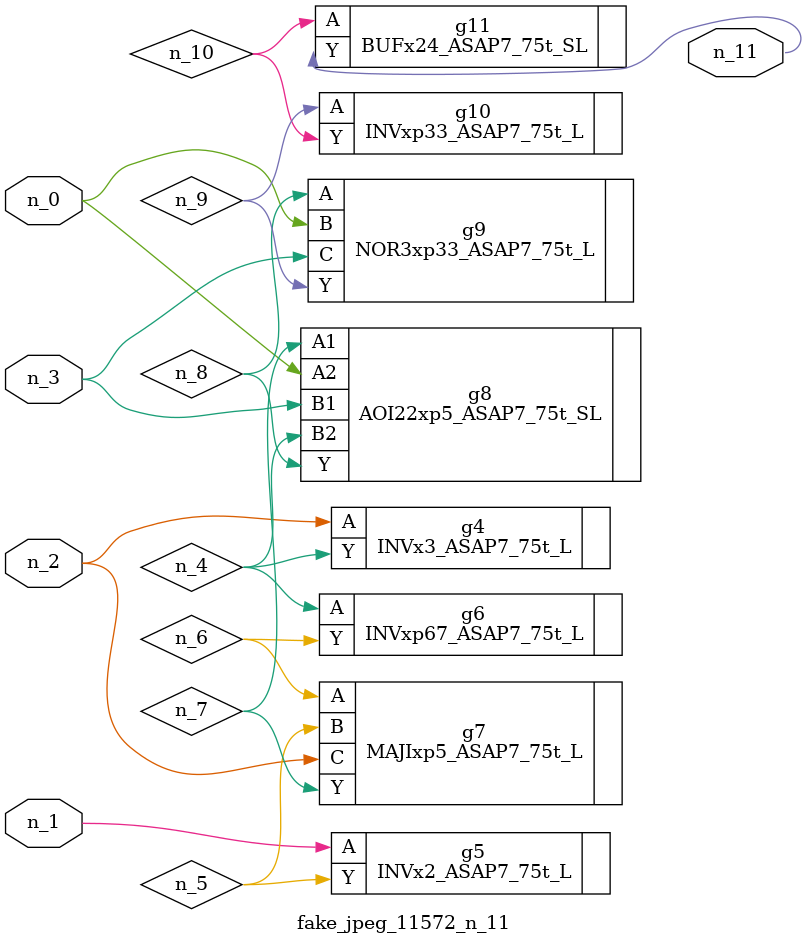
<source format=v>
module fake_jpeg_11572_n_11 (n_0, n_3, n_2, n_1, n_11);

input n_0;
input n_3;
input n_2;
input n_1;

output n_11;

wire n_10;
wire n_4;
wire n_8;
wire n_9;
wire n_6;
wire n_5;
wire n_7;

INVx3_ASAP7_75t_L g4 ( 
.A(n_2),
.Y(n_4)
);

INVx2_ASAP7_75t_L g5 ( 
.A(n_1),
.Y(n_5)
);

INVxp67_ASAP7_75t_L g6 ( 
.A(n_4),
.Y(n_6)
);

MAJIxp5_ASAP7_75t_L g7 ( 
.A(n_6),
.B(n_5),
.C(n_2),
.Y(n_7)
);

AOI22xp5_ASAP7_75t_SL g8 ( 
.A1(n_7),
.A2(n_0),
.B1(n_3),
.B2(n_4),
.Y(n_8)
);

NOR3xp33_ASAP7_75t_L g9 ( 
.A(n_8),
.B(n_0),
.C(n_3),
.Y(n_9)
);

INVxp33_ASAP7_75t_L g10 ( 
.A(n_9),
.Y(n_10)
);

BUFx24_ASAP7_75t_SL g11 ( 
.A(n_10),
.Y(n_11)
);


endmodule
</source>
